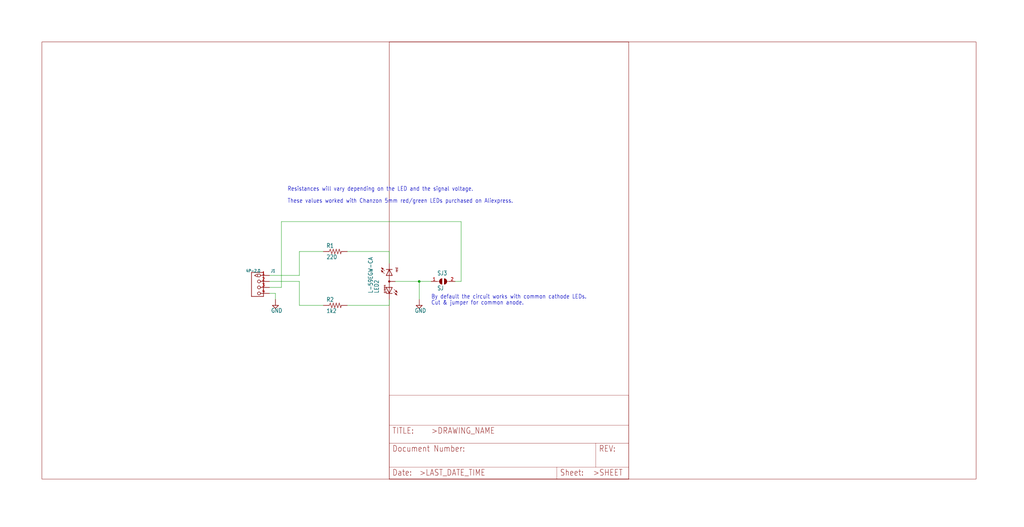
<source format=kicad_sch>
(kicad_sch (version 20211123) (generator eeschema)
  (paper "User" 434.34 223.571)
  (lib_symbols
    (symbol "weaver_bicolor-eagle-import:GND" (power)
      (property "Value" "GND" (at -1.905 -3.175 0))
      (symbol "GND_1_0"
        (polyline (pts (xy -1.27 0) (xy 1.27 0)) (stroke (width 0.254)))
        (polyline (pts (xy 0 -1.27) (xy -1.27 0)) (stroke (width 0.254)))
        (polyline (pts (xy 1.27 0) (xy 0 -1.27)) (stroke (width 0.254)))
        (pin power_in line (at 0 2.54 270) (length 2.54) (name "GND") (number "1"))
      )
    )
    (symbol "weaver_bicolor-eagle-import:GROVE-CONNECTOR-DIP(4P-2.0)"
      (property "Reference" "J" (at -6.35 6.35 0))
      (property "Value" "GROVE-CONNECTOR-DIP(4P-2.0)" (at 0 6.35 0))
      (symbol "GROVE-CONNECTOR-DIP(4P-2.0)_1_0"
        (polyline (pts (xy -1.27 -3.81) (xy -1.27 6.35)) (stroke (width 0.254)))
        (polyline (pts (xy -1.27 6.35) (xy 3.81 6.35)) (stroke (width 0.254)))
        (polyline (pts (xy 3.81 -3.81) (xy -1.27 -3.81)) (stroke (width 0.254)))
        (polyline (pts (xy 3.81 6.35) (xy 3.81 -3.81)) (stroke (width 0.254)))
        (pin bidirectional inverted_clock (at -3.81 5.08 0) (length 5.08) (name "1") (number "1"))
        (pin bidirectional inverted (at -3.81 2.54 0) (length 5.08) (name "2") (number "2"))
        (pin bidirectional inverted (at -3.81 0 0) (length 5.08) (name "3") (number "3"))
        (pin bidirectional inverted (at -3.81 -2.54 0) (length 5.08) (name "4") (number "4"))
      )
    )
    (symbol "weaver_bicolor-eagle-import:L-59EGW-CA"
      (property "Reference" "LED" (at 6.35 -5.08 90))
      (property "Value" "L-59EGW-CA" (at 8.89 -5.08 90))
      (symbol "L-59EGW-CA_1_0"
        (polyline (pts (xy -2.032 -3.302) (xy -3.429 -4.699)) (stroke (width 0.1524)))
        (polyline (pts (xy -1.905 -4.445) (xy -3.302 -5.842)) (stroke (width 0.1524)))
        (polyline (pts (xy -1.27 2.54) (xy 0 5.08)) (stroke (width 0.254)))
        (polyline (pts (xy -1.27 2.54) (xy 1.27 2.54)) (stroke (width 0.254)))
        (polyline (pts (xy -1.27 5.08) (xy 0 5.08)) (stroke (width 0.254)))
        (polyline (pts (xy 0 -5.08) (xy -1.27 -5.08)) (stroke (width 0.254)))
        (polyline (pts (xy 0 -5.08) (xy -1.27 -2.54)) (stroke (width 0.254)))
        (polyline (pts (xy 0 -5.08) (xy 0 -2.54)) (stroke (width 0.1524)))
        (polyline (pts (xy 0 -2.54) (xy -1.27 -2.54)) (stroke (width 0.254)))
        (polyline (pts (xy 0 5.08) (xy 0 -2.54)) (stroke (width 0.1524)))
        (polyline (pts (xy 0 5.08) (xy 1.27 2.54)) (stroke (width 0.254)))
        (polyline (pts (xy 0 5.08) (xy 1.27 5.08)) (stroke (width 0.254)))
        (polyline (pts (xy 1.27 -5.08) (xy 0 -5.08)) (stroke (width 0.254)))
        (polyline (pts (xy 1.27 -2.54) (xy 0 -5.08)) (stroke (width 0.254)))
        (polyline (pts (xy 1.27 -2.54) (xy 0 -2.54)) (stroke (width 0.254)))
        (polyline (pts (xy 1.905 4.445) (xy 3.302 5.842)) (stroke (width 0.1524)))
        (polyline (pts (xy 2.032 3.302) (xy 3.429 4.699)) (stroke (width 0.1524)))
        (polyline (pts (xy -3.429 -4.699) (xy -3.048 -3.81) (xy -2.54 -4.318)) (fill (type outline)))
        (polyline (pts (xy -3.302 -5.842) (xy -2.921 -4.953) (xy -2.413 -5.461)) (fill (type outline)))
        (polyline (pts (xy 2.413 5.461) (xy 3.302 5.842) (xy 2.921 4.953)) (fill (type outline)))
        (polyline (pts (xy 2.54 4.318) (xy 3.429 4.699) (xy 3.048 3.81)) (fill (type outline)))
        (circle (center 0 0) (radius 0.254) (stroke (width 0.4064)))
        (text "green" (at 2.54 -5.08 900) (effects (font (size 1.016 0.8636)) (justify left bottom)))
        (text "red" (at -2.54 3.81 900) (effects (font (size 1.016 0.8636)) (justify left bottom)))
        (pin passive line (at 0 7.62 270) (length 2.54) (name "CR") (number "1"))
        (pin passive line (at -2.54 0 0) (length 2.54) (name "A") (number "2"))
        (pin passive line (at 0 -7.62 90) (length 2.54) (name "CG") (number "3"))
      )
    )
    (symbol "weaver_bicolor-eagle-import:LETTER_L"
      (symbol "LETTER_L_0_0"
        (polyline (pts (xy 0 0) (xy 248.92 0) (xy 248.92 185.42) (xy 0 185.42) (xy 0 0)))
      )
      (symbol "LETTER_L_2_0"
        (polyline (pts (xy 0 0) (xy 0 5.08)) (stroke (width 0.1016)))
        (polyline (pts (xy 0 0) (xy 71.12 0)) (stroke (width 0.1016)))
        (polyline (pts (xy 0 5.08) (xy 0 15.24)) (stroke (width 0.1016)))
        (polyline (pts (xy 0 5.08) (xy 71.12 5.08)) (stroke (width 0.1016)))
        (polyline (pts (xy 0 15.24) (xy 0 22.86)) (stroke (width 0.1016)))
        (polyline (pts (xy 0 22.86) (xy 0 35.56)) (stroke (width 0.1016)))
        (polyline (pts (xy 0 22.86) (xy 101.6 22.86)) (stroke (width 0.1016)))
        (polyline (pts (xy 71.12 0) (xy 101.6 0)) (stroke (width 0.1016)))
        (polyline (pts (xy 71.12 5.08) (xy 71.12 0)) (stroke (width 0.1016)))
        (polyline (pts (xy 71.12 5.08) (xy 87.63 5.08)) (stroke (width 0.1016)))
        (polyline (pts (xy 87.63 5.08) (xy 101.6 5.08)) (stroke (width 0.1016)))
        (polyline (pts (xy 87.63 15.24) (xy 0 15.24)) (stroke (width 0.1016)))
        (polyline (pts (xy 87.63 15.24) (xy 87.63 5.08)) (stroke (width 0.1016)))
        (polyline (pts (xy 101.6 5.08) (xy 101.6 0)) (stroke (width 0.1016)))
        (polyline (pts (xy 101.6 15.24) (xy 87.63 15.24)) (stroke (width 0.1016)))
        (polyline (pts (xy 101.6 15.24) (xy 101.6 5.08)) (stroke (width 0.1016)))
        (polyline (pts (xy 101.6 22.86) (xy 101.6 15.24)) (stroke (width 0.1016)))
        (polyline (pts (xy 101.6 35.56) (xy 0 35.56)) (stroke (width 0.1016)))
        (polyline (pts (xy 101.6 35.56) (xy 101.6 22.86)) (stroke (width 0.1016)))
        (text ">DRAWING_NAME" (at 17.78 19.05 0) (effects (font (size 2.54 2.159)) (justify left bottom)))
        (text ">LAST_DATE_TIME" (at 12.7 1.27 0) (effects (font (size 2.54 2.159)) (justify left bottom)))
        (text ">SHEET" (at 86.36 1.27 0) (effects (font (size 2.54 2.159)) (justify left bottom)))
        (text "Date:" (at 1.27 1.27 0) (effects (font (size 2.54 2.159)) (justify left bottom)))
        (text "Document Number:" (at 1.27 11.43 0) (effects (font (size 2.54 2.159)) (justify left bottom)))
        (text "REV:" (at 88.9 11.43 0) (effects (font (size 2.54 2.159)) (justify left bottom)))
        (text "Sheet:" (at 72.39 1.27 0) (effects (font (size 2.54 2.159)) (justify left bottom)))
        (text "TITLE:" (at 1.27 19.05 0) (effects (font (size 2.54 2.159)) (justify left bottom)))
      )
    )
    (symbol "weaver_bicolor-eagle-import:R-US_R0805"
      (property "Reference" "R" (at -3.81 1.4986 0))
      (property "Value" "R-US_R0805" (at -3.81 -3.302 0))
      (symbol "R-US_R0805_1_0"
        (polyline (pts (xy -2.54 0) (xy -2.159 1.016)) (stroke (width 0.2032)))
        (polyline (pts (xy -2.159 1.016) (xy -1.524 -1.016)) (stroke (width 0.2032)))
        (polyline (pts (xy -1.524 -1.016) (xy -0.889 1.016)) (stroke (width 0.2032)))
        (polyline (pts (xy -0.889 1.016) (xy -0.254 -1.016)) (stroke (width 0.2032)))
        (polyline (pts (xy -0.254 -1.016) (xy 0.381 1.016)) (stroke (width 0.2032)))
        (polyline (pts (xy 0.381 1.016) (xy 1.016 -1.016)) (stroke (width 0.2032)))
        (polyline (pts (xy 1.016 -1.016) (xy 1.651 1.016)) (stroke (width 0.2032)))
        (polyline (pts (xy 1.651 1.016) (xy 2.286 -1.016)) (stroke (width 0.2032)))
        (polyline (pts (xy 2.286 -1.016) (xy 2.54 0)) (stroke (width 0.2032)))
        (pin passive line (at -5.08 0 0) (length 2.54) (name "1") (number "1"))
        (pin passive line (at 5.08 0 180) (length 2.54) (name "2") (number "2"))
      )
    )
    (symbol "weaver_bicolor-eagle-import:SJ"
      (property "Reference" "SJ" (at -2.54 2.54 0))
      (property "Value" "SJ" (at -2.54 -3.81 0))
      (symbol "SJ_1_0"
        (arc (start -0.381 1.2699) (mid -1.6508 0) (end -0.381 -1.2699) (stroke (width 0.0001)) (fill (type outline)))
        (polyline (pts (xy -2.54 0) (xy -1.651 0)) (stroke (width 0.1524)))
        (polyline (pts (xy 2.54 0) (xy 1.651 0)) (stroke (width 0.1524)))
        (arc (start 0.381 -1.2699) (mid 1.6508 0) (end 0.381 1.2699) (stroke (width 0.0001)) (fill (type outline)))
        (pin passive line (at -5.08 0 0) (length 2.54) (name "1") (number "1"))
        (pin passive line (at 5.08 0 180) (length 2.54) (name "2") (number "2"))
      )
    )
  )
  (junction (at 177.8 119.38))
  (wire (pts (xy 165.1 127) (xy 165.1 129.54)))
  (wire (pts (xy 193.04 119.38) (xy 195.58 119.38)))
  (wire (pts (xy 177.8 119.38) (xy 177.8 127)))
  (wire (pts (xy 165.1 106.68) (xy 165.1 111.76)))
  (wire (pts (xy 114.3 116.84) (xy 127 116.84)))
  (wire (pts (xy 137.16 129.54) (xy 127 129.54)))
  (wire (pts (xy 114.3 124.46) (xy 116.84 124.46)))
  (wire (pts (xy 127 119.38) (xy 127 129.54)))
  (wire (pts (xy 137.16 106.68) (xy 127 106.68)))
  (wire (pts (xy 147.32 106.68) (xy 165.1 106.68)))
  (wire (pts (xy 182.88 119.38) (xy 177.8 119.38)))
  (wire (pts (xy 167.64 119.38) (xy 177.8 119.38)))
  (wire (pts (xy 114.3 121.92) (xy 119.38 121.92)))
  (wire (pts (xy 119.38 121.92) (xy 119.38 93.98)))
  (wire (pts (xy 127 116.84) (xy 127 106.68)))
  (wire (pts (xy 195.58 93.98) (xy 195.58 119.38)))
  (wire (pts (xy 114.3 119.38) (xy 127 119.38)))
  (wire (pts (xy 147.32 129.54) (xy 165.1 129.54)))
  (wire (pts (xy 119.38 93.98) (xy 195.58 93.98)))
  (wire (pts (xy 116.84 124.46) (xy 116.84 127)))
  (text "These values worked with Chanzon 5mm red/green LEDs purchased on Aliexpress." (at 121.92 86.36 0) (effects (font (size 1.778 1.5113)) (justify left bottom)))
  (text "Cut & jumper for common anode." (at 182.88 129.54 180) (effects (font (size 1.778 1.5113)) (justify left bottom)))
  (text "By default the circuit works with common cathode LEDs." (at 182.88 127 0) (effects (font (size 1.778 1.5113)) (justify left bottom)))
  (text "Resistances will vary depending on the LED and the signal voltage." (at 121.92 81.28 0) (effects (font (size 1.778 1.5113)) (justify left bottom)))
  (symbol (lib_id "weaver_bicolor-eagle-import:GND") (at 116.84 129.54 0) (unit 1)
    (property "Reference" "#SUPPLY2" (effects hide))
    (property "Value" "GND" (at 114.935 132.715 0) (effects (font (size 1.778 1.5113)) (justify left bottom)))
    (property "Footprint" "weaver_bicolor:" (effects hide))
  )
  (symbol (lib_id "weaver_bicolor-eagle-import:GROVE-CONNECTOR-DIP(4P-2.0)") (at 110.49 121.92 0) (mirror y) (unit 1)
    (property "Reference" "J1" (at 116.84 115.57 0) (effects (font (size 1.27 1.0795)) (justify left bottom)))
    (property "Value" "4P-2.0" (at 110.49 115.57 0) (effects (font (size 1.27 1.0795)) (justify left bottom)))
    (property "Footprint" "weaver_bicolor:HW4-2.0" (effects hide))
  )
  (symbol (lib_id "weaver_bicolor-eagle-import:R-US_R0805") (at 142.24 106.68 0) (unit 1)
    (property "Reference" "R1" (at 138.43 105.1814 0) (effects (font (size 1.778 1.5113)) (justify left bottom)))
    (property "Value" "220" (at 138.43 109.982 0) (effects (font (size 1.778 1.5113)) (justify left bottom)))
    (property "Footprint" "weaver_bicolor:R0805" (effects hide))
  )
  (symbol (lib_id "weaver_bicolor-eagle-import:LETTER_L") (at 165.1 203.2 0) (unit 2)
    (property "Reference" "#FRAME1" (effects hide))
    (property "Value" "LETTER_L" (effects hide))
    (property "Footprint" "weaver_bicolor:" (effects hide))
  )
  (symbol (lib_id "weaver_bicolor-eagle-import:L-59EGW-CA") (at 165.1 119.38 0) (mirror y) (unit 1)
    (property "Reference" "LED2" (at 158.75 124.46 90) (effects (font (size 1.778 1.5113)) (justify left bottom)))
    (property "Value" "L-59EGW-CA" (at 156.21 124.46 90) (effects (font (size 1.778 1.5113)) (justify left bottom)))
    (property "Footprint" "weaver_bicolor:L-59EGW-CA" (effects hide))
  )
  (symbol (lib_id "weaver_bicolor-eagle-import:LETTER_L") (at 17.78 203.2 0) (unit 1)
    (property "Reference" "#FRAME1" (effects hide))
    (property "Value" "LETTER_L" (effects hide))
    (property "Footprint" "weaver_bicolor:" (effects hide))
  )
  (symbol (lib_id "weaver_bicolor-eagle-import:SJ") (at 187.96 119.38 0) (unit 1)
    (property "Reference" "SJ3" (at 185.42 116.84 0) (effects (font (size 1.778 1.5113)) (justify left bottom)))
    (property "Value" "SJ" (at 185.42 123.19 0) (effects (font (size 1.778 1.5113)) (justify left bottom)))
    (property "Footprint" "weaver_bicolor:SJ" (effects hide))
  )
  (symbol (lib_id "weaver_bicolor-eagle-import:GND") (at 177.8 129.54 0) (unit 1)
    (property "Reference" "#SUPPLY1" (effects hide))
    (property "Value" "GND" (at 175.895 132.715 0) (effects (font (size 1.778 1.5113)) (justify left bottom)))
    (property "Footprint" "weaver_bicolor:" (effects hide))
  )
  (symbol (lib_id "weaver_bicolor-eagle-import:R-US_R0805") (at 142.24 129.54 0) (unit 1)
    (property "Reference" "R2" (at 138.43 128.0414 0) (effects (font (size 1.778 1.5113)) (justify left bottom)))
    (property "Value" "1k2" (at 138.43 132.842 0) (effects (font (size 1.778 1.5113)) (justify left bottom)))
    (property "Footprint" "weaver_bicolor:R0805" (effects hide))
  )
)
</source>
